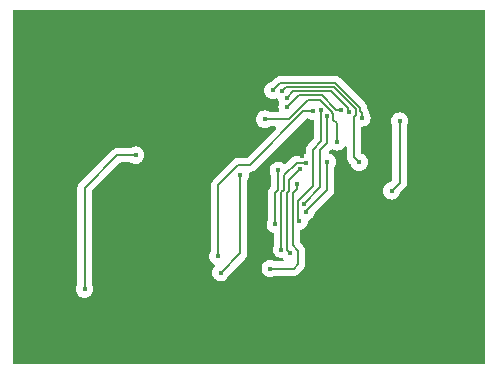
<source format=gbl>
%TF.GenerationSoftware,KiCad,Pcbnew,7.0.11-7.0.11~ubuntu22.04.1*%
%TF.CreationDate,2024-12-10T04:55:39+01:00*%
%TF.ProjectId,40_to_WP27D-P050VA3,34305f74-6f5f-4575-9032-37442d503035,rev?*%
%TF.SameCoordinates,Original*%
%TF.FileFunction,Copper,L2,Bot*%
%TF.FilePolarity,Positive*%
%FSLAX46Y46*%
G04 Gerber Fmt 4.6, Leading zero omitted, Abs format (unit mm)*
G04 Created by KiCad (PCBNEW 7.0.11-7.0.11~ubuntu22.04.1) date 2024-12-10 04:55:39*
%MOMM*%
%LPD*%
G01*
G04 APERTURE LIST*
%TA.AperFunction,ViaPad*%
%ADD10C,0.450000*%
%TD*%
%TA.AperFunction,Conductor*%
%ADD11C,0.200000*%
%TD*%
G04 APERTURE END LIST*
D10*
%TO.N,GND*%
X38550000Y-21375000D03*
X24150000Y-23150000D03*
X21300000Y-28000000D03*
X21500000Y-29800000D03*
X45700000Y-18400000D03*
X45700000Y-21375000D03*
X35675000Y-14775000D03*
%TO.N,Net-(CN1-Pad36)*%
X46100000Y-24350000D03*
X46775000Y-18450000D03*
%TO.N,/SPV*%
X31400000Y-29875000D03*
X39468883Y-17612031D03*
%TO.N,/MODE*%
X31625000Y-31275000D03*
X33275000Y-22975000D03*
%TO.N,/D0*%
X36501529Y-22616302D03*
%TO.N,/D1*%
X40163439Y-17524875D03*
%TO.N,/D3*%
X40667769Y-17998858D03*
%TO.N,/CKV*%
X38075000Y-23750000D03*
X35825000Y-30925000D03*
%TO.N,/VCOM*%
X38875000Y-21975000D03*
X36775000Y-29325000D03*
%TO.N,/VGH*%
X38325000Y-22500000D03*
X37500000Y-29625000D03*
%TO.N,/VGL*%
X24425000Y-21325000D03*
X20100000Y-32675000D03*
%TO.N,/XLE*%
X41475000Y-20200000D03*
X35375000Y-18275000D03*
%TO.N,/XSTL*%
X37262355Y-17268561D03*
X41811218Y-17544612D03*
%TO.N,/XOE*%
X42495114Y-17693912D03*
X37225000Y-16462751D03*
%TO.N,/VPOS*%
X36050000Y-15850000D03*
X43592752Y-18171825D03*
%TO.N,/VNEG*%
X43350000Y-21925000D03*
X36817983Y-15893242D03*
%TO.N,/D0*%
X36250000Y-27181547D03*
%TO.N,/D1*%
X38300000Y-26902786D03*
%TO.N,/D2*%
X38878194Y-26101763D03*
X40650000Y-21900000D03*
%TO.N,/D3*%
X38650000Y-25440000D03*
%TD*%
D11*
%TO.N,/D2*%
X40650000Y-24243194D02*
X40650000Y-21900000D01*
X38878194Y-26015000D02*
X40650000Y-24243194D01*
X38878194Y-26101763D02*
X38878194Y-26015000D01*
%TO.N,/D1*%
X38300000Y-26902786D02*
X38150000Y-26752786D01*
X39453413Y-23941562D02*
X39453413Y-20871587D01*
X39453413Y-20871587D02*
X40163439Y-20161561D01*
%TO.N,/VCOM*%
X37025000Y-23025000D02*
X38075000Y-21975000D01*
X37025000Y-24235048D02*
X37025000Y-23025000D01*
%TO.N,/VGH*%
X37375000Y-24380026D02*
X37375000Y-23450000D01*
%TO.N,/VCOM*%
X36775000Y-24485048D02*
X37025000Y-24235048D01*
X36775000Y-29325000D02*
X36775000Y-24485048D01*
%TO.N,/VGH*%
X37250000Y-29375000D02*
X37250000Y-24505026D01*
%TO.N,/D1*%
X40163439Y-20161561D02*
X40163439Y-17524875D01*
%TO.N,/D3*%
X40667769Y-20307231D02*
X40667769Y-17998858D01*
%TO.N,/VGH*%
X37375000Y-23450000D02*
X38325000Y-22500000D01*
%TO.N,/D3*%
X40075000Y-20900000D02*
X40667769Y-20307231D01*
%TO.N,/VGH*%
X37500000Y-29625000D02*
X37250000Y-29375000D01*
X37250000Y-24505026D02*
X37375000Y-24380026D01*
%TO.N,/VCOM*%
X38075000Y-21975000D02*
X38875000Y-21975000D01*
%TO.N,/D1*%
X38150000Y-25244975D02*
X39453413Y-23941562D01*
X38150000Y-26752786D02*
X38150000Y-25244975D01*
%TO.N,/D3*%
X38650000Y-25440000D02*
X40075000Y-24015000D01*
X40075000Y-24015000D02*
X40075000Y-20900000D01*
%TO.N,/XLE*%
X41075000Y-17677399D02*
X41075000Y-17730611D01*
%TO.N,/XOE*%
X41004779Y-15925000D02*
X37762751Y-15925000D01*
%TO.N,/VPOS*%
X41334350Y-15225000D02*
X43420114Y-17310764D01*
%TO.N,/VNEG*%
X43070114Y-17932085D02*
X43070114Y-17455739D01*
%TO.N,/SPV*%
X33100000Y-22175000D02*
X34075000Y-22175000D01*
%TO.N,/VNEG*%
X37136225Y-15575000D02*
X36817983Y-15893242D01*
%TO.N,/SPV*%
X38637969Y-17612031D02*
X39468883Y-17612031D01*
%TO.N,/VNEG*%
X41189375Y-15575000D02*
X37136225Y-15575000D01*
%TO.N,/VPOS*%
X43420114Y-17603007D02*
X43592752Y-17775645D01*
%TO.N,/SPV*%
X31400000Y-23875000D02*
X33100000Y-22175000D01*
%TO.N,/XLE*%
X41176823Y-18308780D02*
X41475000Y-18606957D01*
X41075000Y-17730611D02*
X41176823Y-17832434D01*
%TO.N,/XOE*%
X42386218Y-17585016D02*
X42386218Y-17306439D01*
X42386218Y-17306439D02*
X41004779Y-15925000D01*
%TO.N,/VNEG*%
X42915673Y-18086526D02*
X43070114Y-17932085D01*
X42915673Y-21490673D02*
X42915673Y-18086526D01*
%TO.N,/XLE*%
X41176823Y-17832434D02*
X41176823Y-18308780D01*
%TO.N,/XOE*%
X42495114Y-17693912D02*
X42386218Y-17585016D01*
%TO.N,/XLE*%
X40047601Y-16650000D02*
X41075000Y-17677399D01*
%TO.N,/XSTL*%
X38255916Y-16275000D02*
X37262355Y-17268561D01*
%TO.N,/VNEG*%
X43070114Y-17455739D02*
X41189375Y-15575000D01*
%TO.N,/VPOS*%
X36675000Y-15225000D02*
X41334350Y-15225000D01*
%TO.N,/XLE*%
X35375000Y-18275000D02*
X37400000Y-18275000D01*
%TO.N,/XSTL*%
X41799031Y-17532425D02*
X41425000Y-17532425D01*
%TO.N,/SPV*%
X34075000Y-22175000D02*
X38637969Y-17612031D01*
%TO.N,/VPOS*%
X43420114Y-17310764D02*
X43420114Y-17603007D01*
%TO.N,/XLE*%
X39025000Y-16650000D02*
X40047601Y-16650000D01*
%TO.N,/SPV*%
X31400000Y-29875000D02*
X31400000Y-23875000D01*
%TO.N,/XSTL*%
X40167575Y-16275000D02*
X38255916Y-16275000D01*
%TO.N,/VNEG*%
X43350000Y-21925000D02*
X42915673Y-21490673D01*
%TO.N,/XOE*%
X37762751Y-15925000D02*
X37225000Y-16462751D01*
%TO.N,/XSTL*%
X41811218Y-17544612D02*
X41799031Y-17532425D01*
%TO.N,/XLE*%
X37400000Y-18275000D02*
X39025000Y-16650000D01*
%TO.N,/VPOS*%
X36050000Y-15850000D02*
X36675000Y-15225000D01*
%TO.N,/XSTL*%
X41425000Y-17532425D02*
X40167575Y-16275000D01*
%TO.N,/XLE*%
X41475000Y-18606957D02*
X41475000Y-20200000D01*
%TO.N,/VPOS*%
X43592752Y-17775645D02*
X43592752Y-18171825D01*
%TO.N,Net-(CN1-Pad36)*%
X46775000Y-18450000D02*
X46775000Y-23675000D01*
X46775000Y-23675000D02*
X46100000Y-24350000D01*
%TO.N,/MODE*%
X33275000Y-29625000D02*
X31625000Y-31275000D01*
X33275000Y-22975000D02*
X33275000Y-29625000D01*
%TO.N,/CKV*%
X38175000Y-30550000D02*
X37800000Y-30925000D01*
X38175000Y-30450000D02*
X38175000Y-30550000D01*
X38125000Y-29375000D02*
X38175000Y-29425000D01*
X37725000Y-24525000D02*
X37725000Y-28975000D01*
%TO.N,/D0*%
X36501529Y-22616302D02*
X36501529Y-24263546D01*
X36501529Y-24263546D02*
X36250000Y-24515075D01*
%TO.N,/CKV*%
X38175000Y-29425000D02*
X38175000Y-30400000D01*
X37725000Y-28975000D02*
X38125000Y-29375000D01*
X38175000Y-30400000D02*
X38175000Y-30450000D01*
%TO.N,/D0*%
X36250000Y-24515075D02*
X36250000Y-27181547D01*
%TO.N,/CKV*%
X38075000Y-23750000D02*
X38075000Y-24175000D01*
X38075000Y-24175000D02*
X37725000Y-24525000D01*
X37800000Y-30925000D02*
X35825000Y-30925000D01*
%TO.N,/VGL*%
X20100000Y-24100000D02*
X20100000Y-32675000D01*
X24425000Y-21325000D02*
X22875000Y-21325000D01*
X22875000Y-21325000D02*
X20100000Y-24100000D01*
%TD*%
%TA.AperFunction,Conductor*%
%TO.N,GND*%
G36*
X53991621Y-9020502D02*
G01*
X54038114Y-9074158D01*
X54049500Y-9126500D01*
X54049500Y-38873500D01*
X54029498Y-38941621D01*
X53975842Y-38988114D01*
X53923500Y-38999500D01*
X14176500Y-38999500D01*
X14108379Y-38979498D01*
X14061886Y-38925842D01*
X14050500Y-38873500D01*
X14050500Y-32675000D01*
X19361859Y-32675000D01*
X19380366Y-32839252D01*
X19380367Y-32839254D01*
X19434958Y-32995267D01*
X19434959Y-32995269D01*
X19522897Y-33135223D01*
X19639776Y-33252102D01*
X19758081Y-33326437D01*
X19779733Y-33340042D01*
X19935748Y-33394634D01*
X20100000Y-33413141D01*
X20264252Y-33394634D01*
X20420267Y-33340042D01*
X20560223Y-33252102D01*
X20677102Y-33135223D01*
X20765042Y-32995267D01*
X20819634Y-32839252D01*
X20838141Y-32675000D01*
X20819634Y-32510748D01*
X20765042Y-32354733D01*
X20762165Y-32350154D01*
X20727812Y-32295479D01*
X20708500Y-32228445D01*
X20708500Y-29875000D01*
X30661859Y-29875000D01*
X30680366Y-30039252D01*
X30702114Y-30101405D01*
X30734958Y-30195267D01*
X30734959Y-30195269D01*
X30822897Y-30335223D01*
X30939776Y-30452102D01*
X31018971Y-30501863D01*
X31079733Y-30540042D01*
X31079737Y-30540043D01*
X31083679Y-30541942D01*
X31136378Y-30589517D01*
X31154990Y-30658030D01*
X31133606Y-30725730D01*
X31118112Y-30744562D01*
X31047897Y-30814777D01*
X30959959Y-30954730D01*
X30959958Y-30954732D01*
X30912888Y-31089252D01*
X30905366Y-31110748D01*
X30886859Y-31275000D01*
X30905366Y-31439252D01*
X30940182Y-31538750D01*
X30959958Y-31595267D01*
X30959959Y-31595269D01*
X31047897Y-31735223D01*
X31164776Y-31852102D01*
X31283081Y-31926437D01*
X31304733Y-31940042D01*
X31460748Y-31994634D01*
X31625000Y-32013141D01*
X31789252Y-31994634D01*
X31945267Y-31940042D01*
X32085223Y-31852102D01*
X32202102Y-31735223D01*
X32290042Y-31595267D01*
X32325688Y-31493393D01*
X32346972Y-31432572D01*
X32349515Y-31433462D01*
X32377203Y-31383344D01*
X33671235Y-30089312D01*
X33683620Y-30078451D01*
X33708987Y-30058987D01*
X33727162Y-30035300D01*
X33727170Y-30035292D01*
X33761892Y-29990040D01*
X33802867Y-29936639D01*
X33810627Y-29927468D01*
X33813102Y-29924811D01*
X33816623Y-29918712D01*
X33819826Y-29914536D01*
X33819583Y-29913137D01*
X33828367Y-29879139D01*
X33867838Y-29783850D01*
X33883500Y-29664885D01*
X33883500Y-29664877D01*
X33888750Y-29625000D01*
X33884577Y-29593308D01*
X33883500Y-29576863D01*
X33883500Y-23421552D01*
X33902812Y-23354517D01*
X33940042Y-23295267D01*
X33994634Y-23139252D01*
X34013141Y-22975000D01*
X34007212Y-22922384D01*
X34019461Y-22852455D01*
X34067573Y-22800246D01*
X34115972Y-22783356D01*
X34202151Y-22772011D01*
X34224858Y-22769022D01*
X34224858Y-22769021D01*
X34233851Y-22767838D01*
X34381876Y-22706524D01*
X34477072Y-22633477D01*
X34477072Y-22633476D01*
X34485286Y-22627174D01*
X34485293Y-22627167D01*
X34508987Y-22608987D01*
X34528459Y-22583610D01*
X34539308Y-22571240D01*
X38853113Y-18257436D01*
X38915425Y-18223410D01*
X38942208Y-18220531D01*
X39022330Y-18220531D01*
X39089366Y-18239844D01*
X39117364Y-18257436D01*
X39148616Y-18277073D01*
X39304631Y-18331665D01*
X39443050Y-18347261D01*
X39508499Y-18374764D01*
X39548692Y-18433288D01*
X39554939Y-18472468D01*
X39554939Y-19857320D01*
X39534937Y-19925441D01*
X39518034Y-19946416D01*
X39057176Y-20407273D01*
X39044789Y-20418136D01*
X39019426Y-20437599D01*
X38993783Y-20471015D01*
X38993642Y-20471201D01*
X38921890Y-20564709D01*
X38921888Y-20564712D01*
X38882326Y-20660225D01*
X38860575Y-20712736D01*
X38858524Y-20728317D01*
X38844913Y-20831702D01*
X38844913Y-20831707D01*
X38844913Y-20831708D01*
X38839663Y-20871586D01*
X38839663Y-20871587D01*
X38843835Y-20903277D01*
X38844913Y-20919723D01*
X38844913Y-21127649D01*
X38824911Y-21195770D01*
X38771255Y-21242263D01*
X38733026Y-21252855D01*
X38710748Y-21255366D01*
X38710745Y-21255366D01*
X38710744Y-21255367D01*
X38554732Y-21309958D01*
X38554730Y-21309959D01*
X38495483Y-21347187D01*
X38428447Y-21366500D01*
X38123136Y-21366500D01*
X38106690Y-21365422D01*
X38075000Y-21361250D01*
X38074998Y-21361250D01*
X38039212Y-21365961D01*
X38039203Y-21365961D01*
X38039204Y-21365962D01*
X38035117Y-21366500D01*
X38035115Y-21366500D01*
X38005638Y-21370380D01*
X37916151Y-21382161D01*
X37865575Y-21403111D01*
X37865574Y-21403111D01*
X37768127Y-21443473D01*
X37674614Y-21515229D01*
X37674428Y-21515370D01*
X37641011Y-21541013D01*
X37621545Y-21566381D01*
X37610681Y-21578768D01*
X37145096Y-22044353D01*
X37082784Y-22078379D01*
X37011969Y-22073314D01*
X36966906Y-22044353D01*
X36961752Y-22039199D01*
X36821798Y-21951261D01*
X36821796Y-21951260D01*
X36801402Y-21944124D01*
X36665781Y-21896668D01*
X36501529Y-21878161D01*
X36337277Y-21896668D01*
X36337274Y-21896668D01*
X36337274Y-21896669D01*
X36181261Y-21951260D01*
X36181259Y-21951261D01*
X36041305Y-22039199D01*
X35924426Y-22156078D01*
X35836488Y-22296032D01*
X35836487Y-22296034D01*
X35836487Y-22296035D01*
X35781895Y-22452050D01*
X35763388Y-22616302D01*
X35781895Y-22780554D01*
X35782926Y-22783500D01*
X35836486Y-22936568D01*
X35836487Y-22936569D01*
X35873716Y-22995819D01*
X35893029Y-23062854D01*
X35893029Y-23959306D01*
X35873027Y-24027427D01*
X35856109Y-24048415D01*
X35854070Y-24050455D01*
X35853749Y-24050776D01*
X35841380Y-24061622D01*
X35816011Y-24081089D01*
X35790370Y-24114503D01*
X35790229Y-24114689D01*
X35718473Y-24208202D01*
X35661326Y-24346172D01*
X35661325Y-24346175D01*
X35657161Y-24356225D01*
X35650841Y-24404239D01*
X35641500Y-24475190D01*
X35641500Y-24475195D01*
X35641500Y-24475196D01*
X35636250Y-24515074D01*
X35636250Y-24515075D01*
X35640422Y-24546765D01*
X35641500Y-24563211D01*
X35641500Y-26734992D01*
X35622188Y-26802026D01*
X35584959Y-26861277D01*
X35584957Y-26861280D01*
X35570434Y-26902786D01*
X35530366Y-27017295D01*
X35511859Y-27181547D01*
X35530366Y-27345799D01*
X35530367Y-27345801D01*
X35584958Y-27501814D01*
X35584959Y-27501816D01*
X35672897Y-27641770D01*
X35789776Y-27758649D01*
X35908081Y-27832984D01*
X35929733Y-27846589D01*
X36082117Y-27899910D01*
X36139807Y-27941287D01*
X36165969Y-28007287D01*
X36166500Y-28018838D01*
X36166500Y-28878445D01*
X36147188Y-28945479D01*
X36109959Y-29004730D01*
X36109957Y-29004733D01*
X36070280Y-29118125D01*
X36055366Y-29160748D01*
X36036859Y-29325000D01*
X36055366Y-29489252D01*
X36088912Y-29585120D01*
X36109958Y-29645267D01*
X36109959Y-29645269D01*
X36197897Y-29785223D01*
X36314776Y-29902102D01*
X36433081Y-29976437D01*
X36454733Y-29990042D01*
X36610748Y-30044634D01*
X36775000Y-30063141D01*
X36775001Y-30063140D01*
X36775003Y-30063141D01*
X36775004Y-30063141D01*
X36803890Y-30059885D01*
X36827776Y-30057194D01*
X36897707Y-30069441D01*
X36930980Y-30093306D01*
X36939079Y-30101405D01*
X36973105Y-30163717D01*
X36968040Y-30234532D01*
X36925493Y-30291368D01*
X36858973Y-30316179D01*
X36849984Y-30316500D01*
X36271553Y-30316500D01*
X36204517Y-30297187D01*
X36145269Y-30259959D01*
X36145267Y-30259958D01*
X35989252Y-30205366D01*
X35825000Y-30186859D01*
X35660748Y-30205366D01*
X35660745Y-30205366D01*
X35660745Y-30205367D01*
X35504732Y-30259958D01*
X35504730Y-30259959D01*
X35364776Y-30347897D01*
X35247897Y-30464776D01*
X35159959Y-30604730D01*
X35159958Y-30604732D01*
X35117619Y-30725730D01*
X35105366Y-30760748D01*
X35086859Y-30925000D01*
X35105366Y-31089252D01*
X35105367Y-31089254D01*
X35159958Y-31245267D01*
X35159959Y-31245269D01*
X35247897Y-31385223D01*
X35364776Y-31502102D01*
X35416462Y-31534578D01*
X35504733Y-31590042D01*
X35660748Y-31644634D01*
X35825000Y-31663141D01*
X35989252Y-31644634D01*
X36145267Y-31590042D01*
X36204517Y-31552813D01*
X36271553Y-31533500D01*
X37751863Y-31533500D01*
X37768308Y-31534577D01*
X37800000Y-31538750D01*
X37839880Y-31533500D01*
X37839885Y-31533500D01*
X37928822Y-31521790D01*
X37939457Y-31520391D01*
X37939457Y-31520392D01*
X37939461Y-31520390D01*
X37958851Y-31517838D01*
X38106876Y-31456524D01*
X38202072Y-31383477D01*
X38202072Y-31383476D01*
X38210291Y-31377170D01*
X38210300Y-31377162D01*
X38233987Y-31358987D01*
X38253457Y-31333611D01*
X38264309Y-31321238D01*
X38571235Y-31014312D01*
X38583620Y-31003451D01*
X38608987Y-30983987D01*
X38627162Y-30960300D01*
X38627170Y-30960291D01*
X38706519Y-30856882D01*
X38706524Y-30856876D01*
X38767838Y-30708851D01*
X38771858Y-30678317D01*
X38783500Y-30589885D01*
X38783500Y-30589879D01*
X38788750Y-30550000D01*
X38784577Y-30518308D01*
X38783500Y-30501863D01*
X38783500Y-29473143D01*
X38784578Y-29456696D01*
X38788751Y-29424999D01*
X38767838Y-29266150D01*
X38706524Y-29118125D01*
X38706524Y-29118124D01*
X38706519Y-29118117D01*
X38630997Y-29019695D01*
X38630967Y-29019658D01*
X38608987Y-28991013D01*
X38583618Y-28971546D01*
X38571229Y-28960680D01*
X38370405Y-28759856D01*
X38336379Y-28697544D01*
X38333500Y-28670761D01*
X38333500Y-27749753D01*
X38353502Y-27681632D01*
X38407158Y-27635139D01*
X38445394Y-27624545D01*
X38455202Y-27623439D01*
X38464252Y-27622420D01*
X38620267Y-27567828D01*
X38760223Y-27479888D01*
X38877102Y-27363009D01*
X38965042Y-27223053D01*
X39019634Y-27067038D01*
X39038141Y-26902786D01*
X39038140Y-26902782D01*
X39038646Y-26898297D01*
X39066150Y-26832844D01*
X39122238Y-26793476D01*
X39198461Y-26766805D01*
X39338417Y-26678865D01*
X39455296Y-26561986D01*
X39543236Y-26422030D01*
X39597828Y-26266015D01*
X39606871Y-26185744D01*
X39634373Y-26120293D01*
X39642974Y-26110767D01*
X41046235Y-24707506D01*
X41058620Y-24696645D01*
X41083987Y-24677181D01*
X41102162Y-24653494D01*
X41102170Y-24653485D01*
X41181519Y-24550076D01*
X41181524Y-24550070D01*
X41242838Y-24402045D01*
X41246326Y-24375549D01*
X41249690Y-24350000D01*
X45361859Y-24350000D01*
X45380366Y-24514252D01*
X45429086Y-24653485D01*
X45434958Y-24670267D01*
X45434959Y-24670269D01*
X45522897Y-24810223D01*
X45639776Y-24927102D01*
X45758081Y-25001437D01*
X45779733Y-25015042D01*
X45935748Y-25069634D01*
X46100000Y-25088141D01*
X46264252Y-25069634D01*
X46420267Y-25015042D01*
X46560223Y-24927102D01*
X46677102Y-24810223D01*
X46765042Y-24670267D01*
X46807101Y-24550070D01*
X46821972Y-24507572D01*
X46824515Y-24508462D01*
X46852203Y-24458344D01*
X47171235Y-24139312D01*
X47183620Y-24128451D01*
X47208987Y-24108987D01*
X47215883Y-24100000D01*
X47227163Y-24085298D01*
X47227170Y-24085291D01*
X47246485Y-24060120D01*
X47306524Y-23981876D01*
X47367838Y-23833851D01*
X47372155Y-23801061D01*
X47383500Y-23714885D01*
X47383500Y-23714879D01*
X47388750Y-23675000D01*
X47384577Y-23643308D01*
X47383500Y-23626863D01*
X47383500Y-18896552D01*
X47402812Y-18829517D01*
X47440042Y-18770267D01*
X47494634Y-18614252D01*
X47513141Y-18450000D01*
X47494634Y-18285748D01*
X47440042Y-18129733D01*
X47363284Y-18007573D01*
X47352102Y-17989776D01*
X47235223Y-17872897D01*
X47095269Y-17784959D01*
X47095267Y-17784958D01*
X47047978Y-17768411D01*
X46939252Y-17730366D01*
X46775000Y-17711859D01*
X46610748Y-17730366D01*
X46610745Y-17730366D01*
X46610745Y-17730367D01*
X46454732Y-17784958D01*
X46454730Y-17784959D01*
X46314776Y-17872897D01*
X46197897Y-17989776D01*
X46109959Y-18129730D01*
X46109958Y-18129732D01*
X46055367Y-18285745D01*
X46055366Y-18285748D01*
X46036859Y-18450000D01*
X46055366Y-18614252D01*
X46055367Y-18614254D01*
X46109957Y-18770266D01*
X46109958Y-18770267D01*
X46147187Y-18829517D01*
X46166500Y-18896552D01*
X46166500Y-23370759D01*
X46146498Y-23438880D01*
X46129595Y-23459855D01*
X45991652Y-23597797D01*
X45941541Y-23625500D01*
X45942426Y-23628029D01*
X45779732Y-23684958D01*
X45779730Y-23684959D01*
X45639776Y-23772897D01*
X45522897Y-23889776D01*
X45434959Y-24029730D01*
X45434958Y-24029732D01*
X45400906Y-24127049D01*
X45380366Y-24185748D01*
X45361859Y-24350000D01*
X41249690Y-24350000D01*
X41258500Y-24283079D01*
X41258500Y-24283073D01*
X41263750Y-24243194D01*
X41259577Y-24211502D01*
X41258500Y-24195057D01*
X41258500Y-22346552D01*
X41277812Y-22279517D01*
X41315042Y-22220267D01*
X41369634Y-22064252D01*
X41388141Y-21900000D01*
X41369634Y-21735748D01*
X41315042Y-21579733D01*
X41290713Y-21541013D01*
X41227102Y-21439776D01*
X41110223Y-21322897D01*
X40970269Y-21234959D01*
X40970267Y-21234958D01*
X40885689Y-21205363D01*
X40827997Y-21163985D01*
X40801835Y-21097985D01*
X40815508Y-21028317D01*
X40838206Y-20997341D01*
X40970544Y-20865002D01*
X41032854Y-20830979D01*
X41103670Y-20836043D01*
X41126674Y-20847412D01*
X41154729Y-20865040D01*
X41154730Y-20865040D01*
X41154733Y-20865042D01*
X41310748Y-20919634D01*
X41475000Y-20938141D01*
X41639252Y-20919634D01*
X41795267Y-20865042D01*
X41935223Y-20777102D01*
X42052102Y-20660223D01*
X42074485Y-20624599D01*
X42127664Y-20577562D01*
X42197831Y-20566741D01*
X42262709Y-20595573D01*
X42301700Y-20654905D01*
X42307173Y-20691635D01*
X42307173Y-21442536D01*
X42306095Y-21458982D01*
X42301923Y-21490672D01*
X42301923Y-21490674D01*
X42306634Y-21526461D01*
X42306635Y-21526470D01*
X42311214Y-21561252D01*
X42322834Y-21649522D01*
X42384148Y-21797547D01*
X42384153Y-21797555D01*
X42457197Y-21892747D01*
X42457198Y-21892747D01*
X42462763Y-21900000D01*
X42481687Y-21924661D01*
X42507051Y-21944124D01*
X42519442Y-21954991D01*
X42597795Y-22033344D01*
X42625502Y-22083457D01*
X42628029Y-22082574D01*
X42684958Y-22245267D01*
X42684959Y-22245269D01*
X42772897Y-22385223D01*
X42889776Y-22502102D01*
X42999797Y-22571232D01*
X43029733Y-22590042D01*
X43185748Y-22644634D01*
X43350000Y-22663141D01*
X43514252Y-22644634D01*
X43670267Y-22590042D01*
X43810223Y-22502102D01*
X43927102Y-22385223D01*
X44015042Y-22245267D01*
X44069634Y-22089252D01*
X44088141Y-21925000D01*
X44069634Y-21760748D01*
X44015042Y-21604733D01*
X44000859Y-21582161D01*
X43927102Y-21464776D01*
X43810223Y-21347897D01*
X43670271Y-21259959D01*
X43608556Y-21238364D01*
X43550865Y-21196985D01*
X43524703Y-21130984D01*
X43524173Y-21119435D01*
X43524173Y-19030293D01*
X43544175Y-18962172D01*
X43597831Y-18915679D01*
X43636060Y-18905086D01*
X43757004Y-18891459D01*
X43913019Y-18836867D01*
X44052975Y-18748927D01*
X44169854Y-18632048D01*
X44257794Y-18492092D01*
X44312386Y-18336077D01*
X44330893Y-18171825D01*
X44312386Y-18007573D01*
X44257794Y-17851558D01*
X44220191Y-17791714D01*
X44201956Y-17741115D01*
X44201251Y-17735756D01*
X44201251Y-17735755D01*
X44185590Y-17616796D01*
X44185588Y-17616791D01*
X44176448Y-17594723D01*
X44124276Y-17468769D01*
X44096686Y-17432813D01*
X44059902Y-17384875D01*
X44034301Y-17318655D01*
X44034022Y-17311964D01*
X44028614Y-17270885D01*
X44028614Y-17270884D01*
X44028614Y-17270879D01*
X44012952Y-17151914D01*
X44012909Y-17151808D01*
X43951638Y-17003888D01*
X43951633Y-17003881D01*
X43876111Y-16905459D01*
X43876081Y-16905422D01*
X43854101Y-16876777D01*
X43828732Y-16857310D01*
X43816343Y-16846444D01*
X41798665Y-14828766D01*
X41787797Y-14816374D01*
X41768337Y-14791013D01*
X41736424Y-14766525D01*
X41736424Y-14766524D01*
X41641232Y-14693480D01*
X41641224Y-14693475D01*
X41493201Y-14632162D01*
X41473808Y-14629607D01*
X41473808Y-14629608D01*
X41370153Y-14615962D01*
X41370126Y-14615959D01*
X41334353Y-14611250D01*
X41334350Y-14611250D01*
X41302659Y-14615422D01*
X41286213Y-14616500D01*
X36723136Y-14616500D01*
X36706690Y-14615422D01*
X36675000Y-14611250D01*
X36674998Y-14611250D01*
X36639212Y-14615961D01*
X36639203Y-14615961D01*
X36639204Y-14615962D01*
X36635117Y-14616500D01*
X36635115Y-14616500D01*
X36605638Y-14620380D01*
X36516151Y-14632161D01*
X36368125Y-14693475D01*
X36364681Y-14695776D01*
X36361575Y-14698501D01*
X36274595Y-14765243D01*
X36274594Y-14765242D01*
X36274588Y-14765248D01*
X36241011Y-14791013D01*
X36221545Y-14816381D01*
X36210681Y-14828768D01*
X35941653Y-15097796D01*
X35891540Y-15125497D01*
X35892426Y-15128029D01*
X35729732Y-15184958D01*
X35729730Y-15184959D01*
X35589776Y-15272897D01*
X35472897Y-15389776D01*
X35384959Y-15529730D01*
X35384958Y-15529732D01*
X35384958Y-15529733D01*
X35330366Y-15685748D01*
X35311859Y-15850000D01*
X35330366Y-16014252D01*
X35330367Y-16014254D01*
X35384958Y-16170267D01*
X35384959Y-16170269D01*
X35472897Y-16310223D01*
X35589776Y-16427102D01*
X35700418Y-16496622D01*
X35729733Y-16515042D01*
X35885748Y-16569634D01*
X36050000Y-16588141D01*
X36214252Y-16569634D01*
X36338973Y-16525991D01*
X36409877Y-16522372D01*
X36471482Y-16557661D01*
X36504229Y-16620655D01*
X36504877Y-16624862D01*
X36505366Y-16627005D01*
X36559956Y-16783014D01*
X36559957Y-16783016D01*
X36559958Y-16783018D01*
X36589115Y-16829422D01*
X36608420Y-16897742D01*
X36598286Y-16941137D01*
X36599650Y-16941615D01*
X36597313Y-16948294D01*
X36542721Y-17104309D01*
X36524214Y-17268561D01*
X36542721Y-17432813D01*
X36565841Y-17498886D01*
X36569461Y-17569789D01*
X36534172Y-17631394D01*
X36471179Y-17664141D01*
X36446912Y-17666500D01*
X35821553Y-17666500D01*
X35754517Y-17647187D01*
X35695269Y-17609959D01*
X35695267Y-17609958D01*
X35539252Y-17555366D01*
X35375000Y-17536859D01*
X35210748Y-17555366D01*
X35210745Y-17555366D01*
X35210745Y-17555367D01*
X35054732Y-17609958D01*
X35054730Y-17609959D01*
X34914776Y-17697897D01*
X34797897Y-17814776D01*
X34709959Y-17954730D01*
X34709958Y-17954732D01*
X34691468Y-18007573D01*
X34655366Y-18110748D01*
X34636859Y-18275000D01*
X34655366Y-18439252D01*
X34659127Y-18450000D01*
X34709958Y-18595267D01*
X34709959Y-18595269D01*
X34797897Y-18735223D01*
X34914776Y-18852102D01*
X34999099Y-18905085D01*
X35054733Y-18940042D01*
X35210748Y-18994634D01*
X35375000Y-19013141D01*
X35539252Y-18994634D01*
X35695267Y-18940042D01*
X35754517Y-18902813D01*
X35821553Y-18883500D01*
X36201761Y-18883500D01*
X36269882Y-18903502D01*
X36316375Y-18957158D01*
X36326479Y-19027432D01*
X36296985Y-19092012D01*
X36290856Y-19098595D01*
X33859856Y-21529595D01*
X33797544Y-21563621D01*
X33770761Y-21566500D01*
X33148137Y-21566500D01*
X33131691Y-21565422D01*
X33118010Y-21563621D01*
X33100000Y-21561250D01*
X33099997Y-21561250D01*
X33064223Y-21565959D01*
X33064199Y-21565961D01*
X32960541Y-21579608D01*
X32960540Y-21579607D01*
X32941151Y-21582161D01*
X32941147Y-21582162D01*
X32793125Y-21643475D01*
X32793122Y-21643477D01*
X32699614Y-21715229D01*
X32699428Y-21715370D01*
X32666011Y-21741013D01*
X32646545Y-21766381D01*
X32635681Y-21778768D01*
X31003767Y-23410682D01*
X30991380Y-23421547D01*
X30966011Y-23441014D01*
X30940370Y-23474428D01*
X30940229Y-23474614D01*
X30868473Y-23568127D01*
X30809021Y-23711662D01*
X30809019Y-23711667D01*
X30807163Y-23716145D01*
X30807160Y-23716156D01*
X30799691Y-23772897D01*
X30791500Y-23835115D01*
X30791500Y-23835120D01*
X30791500Y-23835121D01*
X30786250Y-23874999D01*
X30786250Y-23875000D01*
X30790422Y-23906690D01*
X30791500Y-23923136D01*
X30791500Y-29428445D01*
X30772188Y-29495479D01*
X30734959Y-29554730D01*
X30734957Y-29554733D01*
X30697841Y-29660806D01*
X30680366Y-29710748D01*
X30661859Y-29875000D01*
X20708500Y-29875000D01*
X20708500Y-24404239D01*
X20728502Y-24336118D01*
X20745405Y-24315144D01*
X23090144Y-21970405D01*
X23152456Y-21936379D01*
X23179239Y-21933500D01*
X23978447Y-21933500D01*
X24045483Y-21952813D01*
X24073481Y-21970405D01*
X24104733Y-21990042D01*
X24260748Y-22044634D01*
X24425000Y-22063141D01*
X24589252Y-22044634D01*
X24745267Y-21990042D01*
X24885223Y-21902102D01*
X25002102Y-21785223D01*
X25090042Y-21645267D01*
X25144634Y-21489252D01*
X25163141Y-21325000D01*
X25144634Y-21160748D01*
X25090042Y-21004733D01*
X25042310Y-20928768D01*
X25002102Y-20864776D01*
X24885223Y-20747897D01*
X24745269Y-20659959D01*
X24745267Y-20659958D01*
X24730826Y-20654905D01*
X24589252Y-20605366D01*
X24425000Y-20586859D01*
X24260748Y-20605366D01*
X24260745Y-20605366D01*
X24260745Y-20605367D01*
X24104732Y-20659958D01*
X24104730Y-20659959D01*
X24045483Y-20697187D01*
X23978447Y-20716500D01*
X22923144Y-20716500D01*
X22906698Y-20715422D01*
X22875000Y-20711249D01*
X22716150Y-20732161D01*
X22568125Y-20793475D01*
X22568117Y-20793480D01*
X22473519Y-20866069D01*
X22473475Y-20866101D01*
X22473476Y-20866102D01*
X22441011Y-20891014D01*
X22421545Y-20916381D01*
X22410681Y-20928768D01*
X19703767Y-23635682D01*
X19691380Y-23646547D01*
X19666011Y-23666014D01*
X19640370Y-23699428D01*
X19640229Y-23699614D01*
X19568473Y-23793127D01*
X19512539Y-23928168D01*
X19512538Y-23928171D01*
X19507162Y-23941148D01*
X19507161Y-23941150D01*
X19497901Y-24011497D01*
X19491500Y-24060115D01*
X19491500Y-24060120D01*
X19491500Y-24060121D01*
X19486250Y-24099999D01*
X19486250Y-24100000D01*
X19490422Y-24131690D01*
X19491500Y-24148136D01*
X19491500Y-32228445D01*
X19472188Y-32295479D01*
X19434959Y-32354730D01*
X19434957Y-32354733D01*
X19380367Y-32510745D01*
X19380366Y-32510748D01*
X19361859Y-32675000D01*
X14050500Y-32675000D01*
X14050500Y-9126500D01*
X14070502Y-9058379D01*
X14124158Y-9011886D01*
X14176500Y-9000500D01*
X53923500Y-9000500D01*
X53991621Y-9020502D01*
G37*
%TD.AperFunction*%
%TD*%
M02*

</source>
